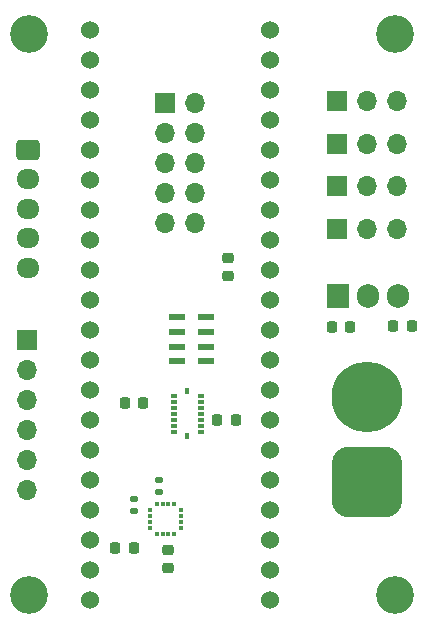
<source format=gbr>
%TF.GenerationSoftware,KiCad,Pcbnew,(6.0.8)*%
%TF.CreationDate,2022-11-08T22:30:31-08:00*%
%TF.ProjectId,ShittyOBC,53686974-7479-44f4-9243-2e6b69636164,rev?*%
%TF.SameCoordinates,Original*%
%TF.FileFunction,Soldermask,Bot*%
%TF.FilePolarity,Negative*%
%FSLAX46Y46*%
G04 Gerber Fmt 4.6, Leading zero omitted, Abs format (unit mm)*
G04 Created by KiCad (PCBNEW (6.0.8)) date 2022-11-08 22:30:31*
%MOMM*%
%LPD*%
G01*
G04 APERTURE LIST*
G04 Aperture macros list*
%AMRoundRect*
0 Rectangle with rounded corners*
0 $1 Rounding radius*
0 $2 $3 $4 $5 $6 $7 $8 $9 X,Y pos of 4 corners*
0 Add a 4 corners polygon primitive as box body*
4,1,4,$2,$3,$4,$5,$6,$7,$8,$9,$2,$3,0*
0 Add four circle primitives for the rounded corners*
1,1,$1+$1,$2,$3*
1,1,$1+$1,$4,$5*
1,1,$1+$1,$6,$7*
1,1,$1+$1,$8,$9*
0 Add four rect primitives between the rounded corners*
20,1,$1+$1,$2,$3,$4,$5,0*
20,1,$1+$1,$4,$5,$6,$7,0*
20,1,$1+$1,$6,$7,$8,$9,0*
20,1,$1+$1,$8,$9,$2,$3,0*%
G04 Aperture macros list end*
%ADD10C,3.200000*%
%ADD11R,1.905000X2.000000*%
%ADD12O,1.905000X2.000000*%
%ADD13R,1.700000X1.700000*%
%ADD14O,1.700000X1.700000*%
%ADD15RoundRect,1.500000X1.500000X-1.500000X1.500000X1.500000X-1.500000X1.500000X-1.500000X-1.500000X0*%
%ADD16C,6.000000*%
%ADD17RoundRect,0.250000X-0.725000X0.600000X-0.725000X-0.600000X0.725000X-0.600000X0.725000X0.600000X0*%
%ADD18O,1.950000X1.700000*%
%ADD19C,1.524000*%
%ADD20RoundRect,0.225000X0.225000X0.250000X-0.225000X0.250000X-0.225000X-0.250000X0.225000X-0.250000X0*%
%ADD21RoundRect,0.135000X-0.185000X0.135000X-0.185000X-0.135000X0.185000X-0.135000X0.185000X0.135000X0*%
%ADD22RoundRect,0.225000X-0.225000X-0.250000X0.225000X-0.250000X0.225000X0.250000X-0.225000X0.250000X0*%
%ADD23RoundRect,0.225000X-0.250000X0.225000X-0.250000X-0.225000X0.250000X-0.225000X0.250000X0.225000X0*%
%ADD24RoundRect,0.021200X0.633800X0.243800X-0.633800X0.243800X-0.633800X-0.243800X0.633800X-0.243800X0*%
%ADD25RoundRect,0.135000X0.185000X-0.135000X0.185000X0.135000X-0.185000X0.135000X-0.185000X-0.135000X0*%
%ADD26R,0.590000X0.350000*%
%ADD27R,0.350000X0.590000*%
%ADD28R,0.300000X0.450000*%
%ADD29R,0.450000X0.300000*%
G04 APERTURE END LIST*
D10*
%TO.C,H3*%
X131000000Y-73500000D03*
%TD*%
D11*
%TO.C,U2*%
X157160000Y-95645000D03*
D12*
X159700000Y-95645000D03*
X162240000Y-95645000D03*
%TD*%
D10*
%TO.C,H4*%
X162000000Y-121000000D03*
%TD*%
D13*
%TO.C,J8*%
X130850000Y-99370000D03*
D14*
X130850000Y-101910000D03*
X130850000Y-104450000D03*
X130850000Y-106990000D03*
X130850000Y-109530000D03*
X130850000Y-112070000D03*
%TD*%
D15*
%TO.C,J1*%
X159650000Y-111450000D03*
D16*
X159650000Y-104250000D03*
%TD*%
D10*
%TO.C,H1*%
X131000000Y-121000000D03*
%TD*%
D13*
%TO.C,J7*%
X157050000Y-86400000D03*
D14*
X159590000Y-86400000D03*
X162130000Y-86400000D03*
%TD*%
D10*
%TO.C,H2*%
X162000000Y-73500000D03*
%TD*%
D17*
%TO.C,J4*%
X130900000Y-83300000D03*
D18*
X130900000Y-85800000D03*
X130900000Y-88300000D03*
X130900000Y-90800000D03*
X130900000Y-93300000D03*
%TD*%
D19*
%TO.C,U3*%
X136130000Y-121380000D03*
X151370000Y-78200000D03*
X136130000Y-116300000D03*
X151370000Y-73120000D03*
X151370000Y-75660000D03*
X136130000Y-118840000D03*
X151370000Y-80740000D03*
X151370000Y-111220000D03*
X151370000Y-108680000D03*
X151370000Y-106140000D03*
X151370000Y-103600000D03*
X151370000Y-101060000D03*
X151370000Y-98520000D03*
X151370000Y-95980000D03*
X151370000Y-93440000D03*
X136130000Y-83280000D03*
X136130000Y-85820000D03*
X136130000Y-88360000D03*
X136130000Y-90900000D03*
X136130000Y-93440000D03*
X136130000Y-95980000D03*
X151370000Y-90900000D03*
X151370000Y-88360000D03*
X136130000Y-98520000D03*
X136130000Y-101060000D03*
X136130000Y-103600000D03*
X136130000Y-106140000D03*
X136130000Y-108680000D03*
X136130000Y-111220000D03*
X136130000Y-113760000D03*
X151370000Y-85820000D03*
X151370000Y-83280000D03*
X136130000Y-73120000D03*
X136130000Y-75660000D03*
X136130000Y-78200000D03*
X136130000Y-80740000D03*
X151370000Y-118840000D03*
X151370000Y-116300000D03*
X151370000Y-113760000D03*
X151370000Y-121380000D03*
%TD*%
D13*
%TO.C,J2*%
X157050000Y-82800000D03*
D14*
X159590000Y-82800000D03*
X162130000Y-82800000D03*
%TD*%
D13*
%TO.C,J3*%
X157050000Y-90000000D03*
D14*
X159590000Y-90000000D03*
X162130000Y-90000000D03*
%TD*%
D13*
%TO.C,J6*%
X157050000Y-79200000D03*
D14*
X159590000Y-79200000D03*
X162130000Y-79200000D03*
%TD*%
D20*
%TO.C,C4*%
X139850000Y-117016000D03*
X138300000Y-117016000D03*
%TD*%
D21*
%TO.C,R2*%
X142000000Y-111280000D03*
X142000000Y-112300000D03*
%TD*%
D13*
%TO.C,J5*%
X142500000Y-79350000D03*
D14*
X145040000Y-79350000D03*
X142500000Y-81890000D03*
X145040000Y-81890000D03*
X142500000Y-84430000D03*
X145040000Y-84430000D03*
X142500000Y-86970000D03*
X145040000Y-86970000D03*
X142500000Y-89510000D03*
X145040000Y-89510000D03*
%TD*%
D22*
%TO.C,C3*%
X161850000Y-98200000D03*
X163400000Y-98200000D03*
%TD*%
D23*
%TO.C,C1*%
X142748000Y-117150000D03*
X142748000Y-118700000D03*
%TD*%
D24*
%TO.C,U5*%
X145950000Y-97450000D03*
X145950000Y-98700000D03*
X145950000Y-99950000D03*
X145950000Y-101200000D03*
X143550000Y-101200000D03*
X143550000Y-99950000D03*
X143550000Y-98700000D03*
X143550000Y-97450000D03*
%TD*%
D22*
%TO.C,C6*%
X146950000Y-106150000D03*
X148500000Y-106150000D03*
%TD*%
%TO.C,C2*%
X156650000Y-98300000D03*
X158200000Y-98300000D03*
%TD*%
D20*
%TO.C,C7*%
X140650000Y-104700000D03*
X139100000Y-104700000D03*
%TD*%
D25*
%TO.C,R1*%
X139850000Y-113900000D03*
X139850000Y-112880000D03*
%TD*%
D26*
%TO.C,U4*%
X145565000Y-107150000D03*
X145565000Y-106650000D03*
X145565000Y-106150000D03*
X145565000Y-105650000D03*
X145565000Y-105150000D03*
X145565000Y-104650000D03*
X145565000Y-104150000D03*
D27*
X144400000Y-103735000D03*
D26*
X143235000Y-104150000D03*
X143235000Y-104650000D03*
X143235000Y-105150000D03*
X143235000Y-105650000D03*
X143235000Y-106150000D03*
X143235000Y-106650000D03*
X143235000Y-107150000D03*
D27*
X144400000Y-107565000D03*
%TD*%
D23*
%TO.C,C5*%
X147828000Y-92456000D03*
X147828000Y-94006000D03*
%TD*%
D28*
%TO.C,U1*%
X141800000Y-113275000D03*
X142300000Y-113275000D03*
X142800000Y-113275000D03*
X143300000Y-113275000D03*
D29*
X143825000Y-113800000D03*
X143825000Y-114300000D03*
X143825000Y-114800000D03*
X143825000Y-115300000D03*
D28*
X143300000Y-115825000D03*
X142800000Y-115825000D03*
X142300000Y-115825000D03*
X141800000Y-115825000D03*
D29*
X141275000Y-115300000D03*
X141275000Y-114800000D03*
X141275000Y-114300000D03*
X141275000Y-113800000D03*
%TD*%
M02*

</source>
